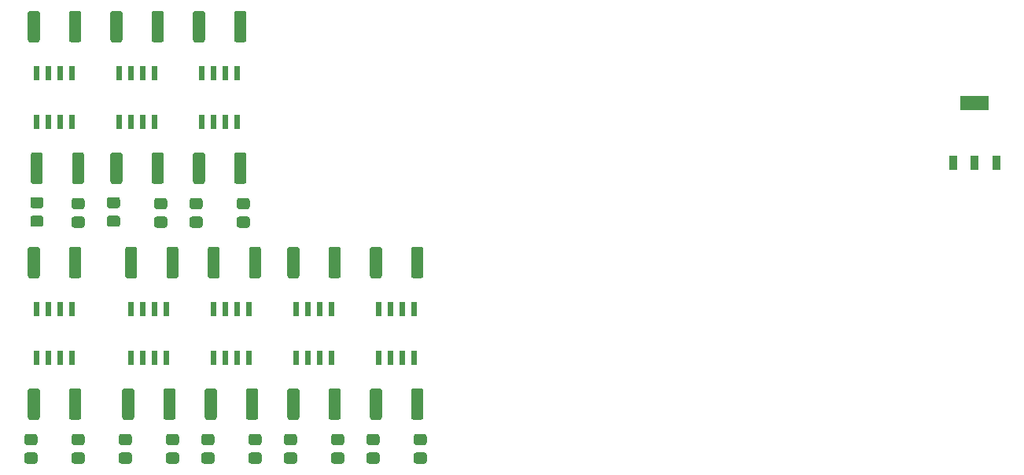
<source format=gbr>
G04 #@! TF.GenerationSoftware,KiCad,Pcbnew,(5.1.10-1-10_14)*
G04 #@! TF.CreationDate,2021-11-10T20:03:13-05:00*
G04 #@! TF.ProjectId,ISAAC_V2,49534141-435f-4563-922e-6b696361645f,rev?*
G04 #@! TF.SameCoordinates,Original*
G04 #@! TF.FileFunction,Paste,Top*
G04 #@! TF.FilePolarity,Positive*
%FSLAX46Y46*%
G04 Gerber Fmt 4.6, Leading zero omitted, Abs format (unit mm)*
G04 Created by KiCad (PCBNEW (5.1.10-1-10_14)) date 2021-11-10 20:03:13*
%MOMM*%
%LPD*%
G01*
G04 APERTURE LIST*
%ADD10R,0.838200X1.600200*%
%ADD11R,3.098800X1.600200*%
G04 APERTURE END LIST*
G36*
G01*
X153335000Y-103050000D02*
X153335000Y-100150000D01*
G75*
G02*
X153585000Y-99900000I250000J0D01*
G01*
X154385000Y-99900000D01*
G75*
G02*
X154635000Y-100150000I0J-250000D01*
G01*
X154635000Y-103050000D01*
G75*
G02*
X154385000Y-103300000I-250000J0D01*
G01*
X153585000Y-103300000D01*
G75*
G02*
X153335000Y-103050000I0J250000D01*
G01*
G37*
G36*
G01*
X157785000Y-103050000D02*
X157785000Y-100150000D01*
G75*
G02*
X158035000Y-99900000I250000J0D01*
G01*
X158835000Y-99900000D01*
G75*
G02*
X159085000Y-100150000I0J-250000D01*
G01*
X159085000Y-103050000D01*
G75*
G02*
X158835000Y-103300000I-250000J0D01*
G01*
X158035000Y-103300000D01*
G75*
G02*
X157785000Y-103050000I0J250000D01*
G01*
G37*
G36*
G01*
X157785000Y-118290000D02*
X157785000Y-115390000D01*
G75*
G02*
X158035000Y-115140000I250000J0D01*
G01*
X158835000Y-115140000D01*
G75*
G02*
X159085000Y-115390000I0J-250000D01*
G01*
X159085000Y-118290000D01*
G75*
G02*
X158835000Y-118540000I-250000J0D01*
G01*
X158035000Y-118540000D01*
G75*
G02*
X157785000Y-118290000I0J250000D01*
G01*
G37*
G36*
G01*
X153335000Y-118290000D02*
X153335000Y-115390000D01*
G75*
G02*
X153585000Y-115140000I250000J0D01*
G01*
X154385000Y-115140000D01*
G75*
G02*
X154635000Y-115390000I0J-250000D01*
G01*
X154635000Y-118290000D01*
G75*
G02*
X154385000Y-118540000I-250000J0D01*
G01*
X153585000Y-118540000D01*
G75*
G02*
X153335000Y-118290000I0J250000D01*
G01*
G37*
G36*
G01*
X144445000Y-103050000D02*
X144445000Y-100150000D01*
G75*
G02*
X144695000Y-99900000I250000J0D01*
G01*
X145495000Y-99900000D01*
G75*
G02*
X145745000Y-100150000I0J-250000D01*
G01*
X145745000Y-103050000D01*
G75*
G02*
X145495000Y-103300000I-250000J0D01*
G01*
X144695000Y-103300000D01*
G75*
G02*
X144445000Y-103050000I0J250000D01*
G01*
G37*
G36*
G01*
X148895000Y-103050000D02*
X148895000Y-100150000D01*
G75*
G02*
X149145000Y-99900000I250000J0D01*
G01*
X149945000Y-99900000D01*
G75*
G02*
X150195000Y-100150000I0J-250000D01*
G01*
X150195000Y-103050000D01*
G75*
G02*
X149945000Y-103300000I-250000J0D01*
G01*
X149145000Y-103300000D01*
G75*
G02*
X148895000Y-103050000I0J250000D01*
G01*
G37*
G36*
G01*
X148895000Y-118290000D02*
X148895000Y-115390000D01*
G75*
G02*
X149145000Y-115140000I250000J0D01*
G01*
X149945000Y-115140000D01*
G75*
G02*
X150195000Y-115390000I0J-250000D01*
G01*
X150195000Y-118290000D01*
G75*
G02*
X149945000Y-118540000I-250000J0D01*
G01*
X149145000Y-118540000D01*
G75*
G02*
X148895000Y-118290000I0J250000D01*
G01*
G37*
G36*
G01*
X144445000Y-118290000D02*
X144445000Y-115390000D01*
G75*
G02*
X144695000Y-115140000I250000J0D01*
G01*
X145495000Y-115140000D01*
G75*
G02*
X145745000Y-115390000I0J-250000D01*
G01*
X145745000Y-118290000D01*
G75*
G02*
X145495000Y-118540000I-250000J0D01*
G01*
X144695000Y-118540000D01*
G75*
G02*
X144445000Y-118290000I0J250000D01*
G01*
G37*
G36*
G01*
X135870000Y-103050000D02*
X135870000Y-100150000D01*
G75*
G02*
X136120000Y-99900000I250000J0D01*
G01*
X136920000Y-99900000D01*
G75*
G02*
X137170000Y-100150000I0J-250000D01*
G01*
X137170000Y-103050000D01*
G75*
G02*
X136920000Y-103300000I-250000J0D01*
G01*
X136120000Y-103300000D01*
G75*
G02*
X135870000Y-103050000I0J250000D01*
G01*
G37*
G36*
G01*
X140320000Y-103050000D02*
X140320000Y-100150000D01*
G75*
G02*
X140570000Y-99900000I250000J0D01*
G01*
X141370000Y-99900000D01*
G75*
G02*
X141620000Y-100150000I0J-250000D01*
G01*
X141620000Y-103050000D01*
G75*
G02*
X141370000Y-103300000I-250000J0D01*
G01*
X140570000Y-103300000D01*
G75*
G02*
X140320000Y-103050000I0J250000D01*
G01*
G37*
G36*
G01*
X140005000Y-118290000D02*
X140005000Y-115390000D01*
G75*
G02*
X140255000Y-115140000I250000J0D01*
G01*
X141055000Y-115140000D01*
G75*
G02*
X141305000Y-115390000I0J-250000D01*
G01*
X141305000Y-118290000D01*
G75*
G02*
X141055000Y-118540000I-250000J0D01*
G01*
X140255000Y-118540000D01*
G75*
G02*
X140005000Y-118290000I0J250000D01*
G01*
G37*
G36*
G01*
X135555000Y-118290000D02*
X135555000Y-115390000D01*
G75*
G02*
X135805000Y-115140000I250000J0D01*
G01*
X136605000Y-115140000D01*
G75*
G02*
X136855000Y-115390000I0J-250000D01*
G01*
X136855000Y-118290000D01*
G75*
G02*
X136605000Y-118540000I-250000J0D01*
G01*
X135805000Y-118540000D01*
G75*
G02*
X135555000Y-118290000I0J250000D01*
G01*
G37*
G36*
G01*
X126980000Y-103050000D02*
X126980000Y-100150000D01*
G75*
G02*
X127230000Y-99900000I250000J0D01*
G01*
X128030000Y-99900000D01*
G75*
G02*
X128280000Y-100150000I0J-250000D01*
G01*
X128280000Y-103050000D01*
G75*
G02*
X128030000Y-103300000I-250000J0D01*
G01*
X127230000Y-103300000D01*
G75*
G02*
X126980000Y-103050000I0J250000D01*
G01*
G37*
G36*
G01*
X131430000Y-103050000D02*
X131430000Y-100150000D01*
G75*
G02*
X131680000Y-99900000I250000J0D01*
G01*
X132480000Y-99900000D01*
G75*
G02*
X132730000Y-100150000I0J-250000D01*
G01*
X132730000Y-103050000D01*
G75*
G02*
X132480000Y-103300000I-250000J0D01*
G01*
X131680000Y-103300000D01*
G75*
G02*
X131430000Y-103050000I0J250000D01*
G01*
G37*
G36*
G01*
X131115000Y-118290000D02*
X131115000Y-115390000D01*
G75*
G02*
X131365000Y-115140000I250000J0D01*
G01*
X132165000Y-115140000D01*
G75*
G02*
X132415000Y-115390000I0J-250000D01*
G01*
X132415000Y-118290000D01*
G75*
G02*
X132165000Y-118540000I-250000J0D01*
G01*
X131365000Y-118540000D01*
G75*
G02*
X131115000Y-118290000I0J250000D01*
G01*
G37*
G36*
G01*
X126665000Y-118290000D02*
X126665000Y-115390000D01*
G75*
G02*
X126915000Y-115140000I250000J0D01*
G01*
X127715000Y-115140000D01*
G75*
G02*
X127965000Y-115390000I0J-250000D01*
G01*
X127965000Y-118290000D01*
G75*
G02*
X127715000Y-118540000I-250000J0D01*
G01*
X126915000Y-118540000D01*
G75*
G02*
X126665000Y-118290000I0J250000D01*
G01*
G37*
G36*
G01*
X116505000Y-103050000D02*
X116505000Y-100150000D01*
G75*
G02*
X116755000Y-99900000I250000J0D01*
G01*
X117555000Y-99900000D01*
G75*
G02*
X117805000Y-100150000I0J-250000D01*
G01*
X117805000Y-103050000D01*
G75*
G02*
X117555000Y-103300000I-250000J0D01*
G01*
X116755000Y-103300000D01*
G75*
G02*
X116505000Y-103050000I0J250000D01*
G01*
G37*
G36*
G01*
X120955000Y-103050000D02*
X120955000Y-100150000D01*
G75*
G02*
X121205000Y-99900000I250000J0D01*
G01*
X122005000Y-99900000D01*
G75*
G02*
X122255000Y-100150000I0J-250000D01*
G01*
X122255000Y-103050000D01*
G75*
G02*
X122005000Y-103300000I-250000J0D01*
G01*
X121205000Y-103300000D01*
G75*
G02*
X120955000Y-103050000I0J250000D01*
G01*
G37*
G36*
G01*
X120955000Y-118290000D02*
X120955000Y-115390000D01*
G75*
G02*
X121205000Y-115140000I250000J0D01*
G01*
X122005000Y-115140000D01*
G75*
G02*
X122255000Y-115390000I0J-250000D01*
G01*
X122255000Y-118290000D01*
G75*
G02*
X122005000Y-118540000I-250000J0D01*
G01*
X121205000Y-118540000D01*
G75*
G02*
X120955000Y-118290000I0J250000D01*
G01*
G37*
G36*
G01*
X116505000Y-118290000D02*
X116505000Y-115390000D01*
G75*
G02*
X116755000Y-115140000I250000J0D01*
G01*
X117555000Y-115140000D01*
G75*
G02*
X117805000Y-115390000I0J-250000D01*
G01*
X117805000Y-118290000D01*
G75*
G02*
X117555000Y-118540000I-250000J0D01*
G01*
X116755000Y-118540000D01*
G75*
G02*
X116505000Y-118290000I0J250000D01*
G01*
G37*
G36*
G01*
X134285000Y-77650000D02*
X134285000Y-74750000D01*
G75*
G02*
X134535000Y-74500000I250000J0D01*
G01*
X135335000Y-74500000D01*
G75*
G02*
X135585000Y-74750000I0J-250000D01*
G01*
X135585000Y-77650000D01*
G75*
G02*
X135335000Y-77900000I-250000J0D01*
G01*
X134535000Y-77900000D01*
G75*
G02*
X134285000Y-77650000I0J250000D01*
G01*
G37*
G36*
G01*
X138735000Y-77650000D02*
X138735000Y-74750000D01*
G75*
G02*
X138985000Y-74500000I250000J0D01*
G01*
X139785000Y-74500000D01*
G75*
G02*
X140035000Y-74750000I0J-250000D01*
G01*
X140035000Y-77650000D01*
G75*
G02*
X139785000Y-77900000I-250000J0D01*
G01*
X138985000Y-77900000D01*
G75*
G02*
X138735000Y-77650000I0J250000D01*
G01*
G37*
G36*
G01*
X138735000Y-92890000D02*
X138735000Y-89990000D01*
G75*
G02*
X138985000Y-89740000I250000J0D01*
G01*
X139785000Y-89740000D01*
G75*
G02*
X140035000Y-89990000I0J-250000D01*
G01*
X140035000Y-92890000D01*
G75*
G02*
X139785000Y-93140000I-250000J0D01*
G01*
X138985000Y-93140000D01*
G75*
G02*
X138735000Y-92890000I0J250000D01*
G01*
G37*
G36*
G01*
X134285000Y-92890000D02*
X134285000Y-89990000D01*
G75*
G02*
X134535000Y-89740000I250000J0D01*
G01*
X135335000Y-89740000D01*
G75*
G02*
X135585000Y-89990000I0J-250000D01*
G01*
X135585000Y-92890000D01*
G75*
G02*
X135335000Y-93140000I-250000J0D01*
G01*
X134535000Y-93140000D01*
G75*
G02*
X134285000Y-92890000I0J250000D01*
G01*
G37*
G36*
G01*
X125395000Y-77650000D02*
X125395000Y-74750000D01*
G75*
G02*
X125645000Y-74500000I250000J0D01*
G01*
X126445000Y-74500000D01*
G75*
G02*
X126695000Y-74750000I0J-250000D01*
G01*
X126695000Y-77650000D01*
G75*
G02*
X126445000Y-77900000I-250000J0D01*
G01*
X125645000Y-77900000D01*
G75*
G02*
X125395000Y-77650000I0J250000D01*
G01*
G37*
G36*
G01*
X129845000Y-77650000D02*
X129845000Y-74750000D01*
G75*
G02*
X130095000Y-74500000I250000J0D01*
G01*
X130895000Y-74500000D01*
G75*
G02*
X131145000Y-74750000I0J-250000D01*
G01*
X131145000Y-77650000D01*
G75*
G02*
X130895000Y-77900000I-250000J0D01*
G01*
X130095000Y-77900000D01*
G75*
G02*
X129845000Y-77650000I0J250000D01*
G01*
G37*
G36*
G01*
X129845000Y-92890000D02*
X129845000Y-89990000D01*
G75*
G02*
X130095000Y-89740000I250000J0D01*
G01*
X130895000Y-89740000D01*
G75*
G02*
X131145000Y-89990000I0J-250000D01*
G01*
X131145000Y-92890000D01*
G75*
G02*
X130895000Y-93140000I-250000J0D01*
G01*
X130095000Y-93140000D01*
G75*
G02*
X129845000Y-92890000I0J250000D01*
G01*
G37*
G36*
G01*
X125395000Y-92890000D02*
X125395000Y-89990000D01*
G75*
G02*
X125645000Y-89740000I250000J0D01*
G01*
X126445000Y-89740000D01*
G75*
G02*
X126695000Y-89990000I0J-250000D01*
G01*
X126695000Y-92890000D01*
G75*
G02*
X126445000Y-93140000I-250000J0D01*
G01*
X125645000Y-93140000D01*
G75*
G02*
X125395000Y-92890000I0J250000D01*
G01*
G37*
G36*
G01*
X116505000Y-77650000D02*
X116505000Y-74750000D01*
G75*
G02*
X116755000Y-74500000I250000J0D01*
G01*
X117555000Y-74500000D01*
G75*
G02*
X117805000Y-74750000I0J-250000D01*
G01*
X117805000Y-77650000D01*
G75*
G02*
X117555000Y-77900000I-250000J0D01*
G01*
X116755000Y-77900000D01*
G75*
G02*
X116505000Y-77650000I0J250000D01*
G01*
G37*
G36*
G01*
X120955000Y-77650000D02*
X120955000Y-74750000D01*
G75*
G02*
X121205000Y-74500000I250000J0D01*
G01*
X122005000Y-74500000D01*
G75*
G02*
X122255000Y-74750000I0J-250000D01*
G01*
X122255000Y-77650000D01*
G75*
G02*
X122005000Y-77900000I-250000J0D01*
G01*
X121205000Y-77900000D01*
G75*
G02*
X120955000Y-77650000I0J250000D01*
G01*
G37*
G36*
G01*
X121270000Y-92890000D02*
X121270000Y-89990000D01*
G75*
G02*
X121520000Y-89740000I250000J0D01*
G01*
X122320000Y-89740000D01*
G75*
G02*
X122570000Y-89990000I0J-250000D01*
G01*
X122570000Y-92890000D01*
G75*
G02*
X122320000Y-93140000I-250000J0D01*
G01*
X121520000Y-93140000D01*
G75*
G02*
X121270000Y-92890000I0J250000D01*
G01*
G37*
G36*
G01*
X116820000Y-92890000D02*
X116820000Y-89990000D01*
G75*
G02*
X117070000Y-89740000I250000J0D01*
G01*
X117870000Y-89740000D01*
G75*
G02*
X118120000Y-89990000I0J-250000D01*
G01*
X118120000Y-92890000D01*
G75*
G02*
X117870000Y-93140000I-250000J0D01*
G01*
X117070000Y-93140000D01*
G75*
G02*
X116820000Y-92890000I0J250000D01*
G01*
G37*
G36*
G01*
X159200001Y-123250000D02*
X158299999Y-123250000D01*
G75*
G02*
X158050000Y-123000001I0J249999D01*
G01*
X158050000Y-122299999D01*
G75*
G02*
X158299999Y-122050000I249999J0D01*
G01*
X159200001Y-122050000D01*
G75*
G02*
X159450000Y-122299999I0J-249999D01*
G01*
X159450000Y-123000001D01*
G75*
G02*
X159200001Y-123250000I-249999J0D01*
G01*
G37*
G36*
G01*
X159200001Y-121250000D02*
X158299999Y-121250000D01*
G75*
G02*
X158050000Y-121000001I0J249999D01*
G01*
X158050000Y-120299999D01*
G75*
G02*
X158299999Y-120050000I249999J0D01*
G01*
X159200001Y-120050000D01*
G75*
G02*
X159450000Y-120299999I0J-249999D01*
G01*
X159450000Y-121000001D01*
G75*
G02*
X159200001Y-121250000I-249999J0D01*
G01*
G37*
G36*
G01*
X154120001Y-123250000D02*
X153219999Y-123250000D01*
G75*
G02*
X152970000Y-123000001I0J249999D01*
G01*
X152970000Y-122299999D01*
G75*
G02*
X153219999Y-122050000I249999J0D01*
G01*
X154120001Y-122050000D01*
G75*
G02*
X154370000Y-122299999I0J-249999D01*
G01*
X154370000Y-123000001D01*
G75*
G02*
X154120001Y-123250000I-249999J0D01*
G01*
G37*
G36*
G01*
X154120001Y-121250000D02*
X153219999Y-121250000D01*
G75*
G02*
X152970000Y-121000001I0J249999D01*
G01*
X152970000Y-120299999D01*
G75*
G02*
X153219999Y-120050000I249999J0D01*
G01*
X154120001Y-120050000D01*
G75*
G02*
X154370000Y-120299999I0J-249999D01*
G01*
X154370000Y-121000001D01*
G75*
G02*
X154120001Y-121250000I-249999J0D01*
G01*
G37*
G36*
G01*
X150310001Y-121250000D02*
X149409999Y-121250000D01*
G75*
G02*
X149160000Y-121000001I0J249999D01*
G01*
X149160000Y-120299999D01*
G75*
G02*
X149409999Y-120050000I249999J0D01*
G01*
X150310001Y-120050000D01*
G75*
G02*
X150560000Y-120299999I0J-249999D01*
G01*
X150560000Y-121000001D01*
G75*
G02*
X150310001Y-121250000I-249999J0D01*
G01*
G37*
G36*
G01*
X150310001Y-123250000D02*
X149409999Y-123250000D01*
G75*
G02*
X149160000Y-123000001I0J249999D01*
G01*
X149160000Y-122299999D01*
G75*
G02*
X149409999Y-122050000I249999J0D01*
G01*
X150310001Y-122050000D01*
G75*
G02*
X150560000Y-122299999I0J-249999D01*
G01*
X150560000Y-123000001D01*
G75*
G02*
X150310001Y-123250000I-249999J0D01*
G01*
G37*
G36*
G01*
X145230001Y-121250000D02*
X144329999Y-121250000D01*
G75*
G02*
X144080000Y-121000001I0J249999D01*
G01*
X144080000Y-120299999D01*
G75*
G02*
X144329999Y-120050000I249999J0D01*
G01*
X145230001Y-120050000D01*
G75*
G02*
X145480000Y-120299999I0J-249999D01*
G01*
X145480000Y-121000001D01*
G75*
G02*
X145230001Y-121250000I-249999J0D01*
G01*
G37*
G36*
G01*
X145230001Y-123250000D02*
X144329999Y-123250000D01*
G75*
G02*
X144080000Y-123000001I0J249999D01*
G01*
X144080000Y-122299999D01*
G75*
G02*
X144329999Y-122050000I249999J0D01*
G01*
X145230001Y-122050000D01*
G75*
G02*
X145480000Y-122299999I0J-249999D01*
G01*
X145480000Y-123000001D01*
G75*
G02*
X145230001Y-123250000I-249999J0D01*
G01*
G37*
G36*
G01*
X141420001Y-123250000D02*
X140519999Y-123250000D01*
G75*
G02*
X140270000Y-123000001I0J249999D01*
G01*
X140270000Y-122299999D01*
G75*
G02*
X140519999Y-122050000I249999J0D01*
G01*
X141420001Y-122050000D01*
G75*
G02*
X141670000Y-122299999I0J-249999D01*
G01*
X141670000Y-123000001D01*
G75*
G02*
X141420001Y-123250000I-249999J0D01*
G01*
G37*
G36*
G01*
X141420001Y-121250000D02*
X140519999Y-121250000D01*
G75*
G02*
X140270000Y-121000001I0J249999D01*
G01*
X140270000Y-120299999D01*
G75*
G02*
X140519999Y-120050000I249999J0D01*
G01*
X141420001Y-120050000D01*
G75*
G02*
X141670000Y-120299999I0J-249999D01*
G01*
X141670000Y-121000001D01*
G75*
G02*
X141420001Y-121250000I-249999J0D01*
G01*
G37*
G36*
G01*
X136340001Y-123250000D02*
X135439999Y-123250000D01*
G75*
G02*
X135190000Y-123000001I0J249999D01*
G01*
X135190000Y-122299999D01*
G75*
G02*
X135439999Y-122050000I249999J0D01*
G01*
X136340001Y-122050000D01*
G75*
G02*
X136590000Y-122299999I0J-249999D01*
G01*
X136590000Y-123000001D01*
G75*
G02*
X136340001Y-123250000I-249999J0D01*
G01*
G37*
G36*
G01*
X136340001Y-121250000D02*
X135439999Y-121250000D01*
G75*
G02*
X135190000Y-121000001I0J249999D01*
G01*
X135190000Y-120299999D01*
G75*
G02*
X135439999Y-120050000I249999J0D01*
G01*
X136340001Y-120050000D01*
G75*
G02*
X136590000Y-120299999I0J-249999D01*
G01*
X136590000Y-121000001D01*
G75*
G02*
X136340001Y-121250000I-249999J0D01*
G01*
G37*
G36*
G01*
X132530001Y-121250000D02*
X131629999Y-121250000D01*
G75*
G02*
X131380000Y-121000001I0J249999D01*
G01*
X131380000Y-120299999D01*
G75*
G02*
X131629999Y-120050000I249999J0D01*
G01*
X132530001Y-120050000D01*
G75*
G02*
X132780000Y-120299999I0J-249999D01*
G01*
X132780000Y-121000001D01*
G75*
G02*
X132530001Y-121250000I-249999J0D01*
G01*
G37*
G36*
G01*
X132530001Y-123250000D02*
X131629999Y-123250000D01*
G75*
G02*
X131380000Y-123000001I0J249999D01*
G01*
X131380000Y-122299999D01*
G75*
G02*
X131629999Y-122050000I249999J0D01*
G01*
X132530001Y-122050000D01*
G75*
G02*
X132780000Y-122299999I0J-249999D01*
G01*
X132780000Y-123000001D01*
G75*
G02*
X132530001Y-123250000I-249999J0D01*
G01*
G37*
G36*
G01*
X127450001Y-123250000D02*
X126549999Y-123250000D01*
G75*
G02*
X126300000Y-123000001I0J249999D01*
G01*
X126300000Y-122299999D01*
G75*
G02*
X126549999Y-122050000I249999J0D01*
G01*
X127450001Y-122050000D01*
G75*
G02*
X127700000Y-122299999I0J-249999D01*
G01*
X127700000Y-123000001D01*
G75*
G02*
X127450001Y-123250000I-249999J0D01*
G01*
G37*
G36*
G01*
X127450001Y-121250000D02*
X126549999Y-121250000D01*
G75*
G02*
X126300000Y-121000001I0J249999D01*
G01*
X126300000Y-120299999D01*
G75*
G02*
X126549999Y-120050000I249999J0D01*
G01*
X127450001Y-120050000D01*
G75*
G02*
X127700000Y-120299999I0J-249999D01*
G01*
X127700000Y-121000001D01*
G75*
G02*
X127450001Y-121250000I-249999J0D01*
G01*
G37*
G36*
G01*
X122370001Y-121250000D02*
X121469999Y-121250000D01*
G75*
G02*
X121220000Y-121000001I0J249999D01*
G01*
X121220000Y-120299999D01*
G75*
G02*
X121469999Y-120050000I249999J0D01*
G01*
X122370001Y-120050000D01*
G75*
G02*
X122620000Y-120299999I0J-249999D01*
G01*
X122620000Y-121000001D01*
G75*
G02*
X122370001Y-121250000I-249999J0D01*
G01*
G37*
G36*
G01*
X122370001Y-123250000D02*
X121469999Y-123250000D01*
G75*
G02*
X121220000Y-123000001I0J249999D01*
G01*
X121220000Y-122299999D01*
G75*
G02*
X121469999Y-122050000I249999J0D01*
G01*
X122370001Y-122050000D01*
G75*
G02*
X122620000Y-122299999I0J-249999D01*
G01*
X122620000Y-123000001D01*
G75*
G02*
X122370001Y-123250000I-249999J0D01*
G01*
G37*
G36*
G01*
X117290001Y-121250000D02*
X116389999Y-121250000D01*
G75*
G02*
X116140000Y-121000001I0J249999D01*
G01*
X116140000Y-120299999D01*
G75*
G02*
X116389999Y-120050000I249999J0D01*
G01*
X117290001Y-120050000D01*
G75*
G02*
X117540000Y-120299999I0J-249999D01*
G01*
X117540000Y-121000001D01*
G75*
G02*
X117290001Y-121250000I-249999J0D01*
G01*
G37*
G36*
G01*
X117290001Y-123250000D02*
X116389999Y-123250000D01*
G75*
G02*
X116140000Y-123000001I0J249999D01*
G01*
X116140000Y-122299999D01*
G75*
G02*
X116389999Y-122050000I249999J0D01*
G01*
X117290001Y-122050000D01*
G75*
G02*
X117540000Y-122299999I0J-249999D01*
G01*
X117540000Y-123000001D01*
G75*
G02*
X117290001Y-123250000I-249999J0D01*
G01*
G37*
G36*
G01*
X140150001Y-97850000D02*
X139249999Y-97850000D01*
G75*
G02*
X139000000Y-97600001I0J249999D01*
G01*
X139000000Y-96899999D01*
G75*
G02*
X139249999Y-96650000I249999J0D01*
G01*
X140150001Y-96650000D01*
G75*
G02*
X140400000Y-96899999I0J-249999D01*
G01*
X140400000Y-97600001D01*
G75*
G02*
X140150001Y-97850000I-249999J0D01*
G01*
G37*
G36*
G01*
X140150001Y-95850000D02*
X139249999Y-95850000D01*
G75*
G02*
X139000000Y-95600001I0J249999D01*
G01*
X139000000Y-94899999D01*
G75*
G02*
X139249999Y-94650000I249999J0D01*
G01*
X140150001Y-94650000D01*
G75*
G02*
X140400000Y-94899999I0J-249999D01*
G01*
X140400000Y-95600001D01*
G75*
G02*
X140150001Y-95850000I-249999J0D01*
G01*
G37*
G36*
G01*
X135070001Y-95850000D02*
X134169999Y-95850000D01*
G75*
G02*
X133920000Y-95600001I0J249999D01*
G01*
X133920000Y-94899999D01*
G75*
G02*
X134169999Y-94650000I249999J0D01*
G01*
X135070001Y-94650000D01*
G75*
G02*
X135320000Y-94899999I0J-249999D01*
G01*
X135320000Y-95600001D01*
G75*
G02*
X135070001Y-95850000I-249999J0D01*
G01*
G37*
G36*
G01*
X135070001Y-97850000D02*
X134169999Y-97850000D01*
G75*
G02*
X133920000Y-97600001I0J249999D01*
G01*
X133920000Y-96899999D01*
G75*
G02*
X134169999Y-96650000I249999J0D01*
G01*
X135070001Y-96650000D01*
G75*
G02*
X135320000Y-96899999I0J-249999D01*
G01*
X135320000Y-97600001D01*
G75*
G02*
X135070001Y-97850000I-249999J0D01*
G01*
G37*
G36*
G01*
X131260001Y-95850000D02*
X130359999Y-95850000D01*
G75*
G02*
X130110000Y-95600001I0J249999D01*
G01*
X130110000Y-94899999D01*
G75*
G02*
X130359999Y-94650000I249999J0D01*
G01*
X131260001Y-94650000D01*
G75*
G02*
X131510000Y-94899999I0J-249999D01*
G01*
X131510000Y-95600001D01*
G75*
G02*
X131260001Y-95850000I-249999J0D01*
G01*
G37*
G36*
G01*
X131260001Y-97850000D02*
X130359999Y-97850000D01*
G75*
G02*
X130110000Y-97600001I0J249999D01*
G01*
X130110000Y-96899999D01*
G75*
G02*
X130359999Y-96650000I249999J0D01*
G01*
X131260001Y-96650000D01*
G75*
G02*
X131510000Y-96899999I0J-249999D01*
G01*
X131510000Y-97600001D01*
G75*
G02*
X131260001Y-97850000I-249999J0D01*
G01*
G37*
G36*
G01*
X126180001Y-97755000D02*
X125279999Y-97755000D01*
G75*
G02*
X125030000Y-97505001I0J249999D01*
G01*
X125030000Y-96804999D01*
G75*
G02*
X125279999Y-96555000I249999J0D01*
G01*
X126180001Y-96555000D01*
G75*
G02*
X126430000Y-96804999I0J-249999D01*
G01*
X126430000Y-97505001D01*
G75*
G02*
X126180001Y-97755000I-249999J0D01*
G01*
G37*
G36*
G01*
X126180001Y-95755000D02*
X125279999Y-95755000D01*
G75*
G02*
X125030000Y-95505001I0J249999D01*
G01*
X125030000Y-94804999D01*
G75*
G02*
X125279999Y-94555000I249999J0D01*
G01*
X126180001Y-94555000D01*
G75*
G02*
X126430000Y-94804999I0J-249999D01*
G01*
X126430000Y-95505001D01*
G75*
G02*
X126180001Y-95755000I-249999J0D01*
G01*
G37*
G36*
G01*
X122370001Y-97850000D02*
X121469999Y-97850000D01*
G75*
G02*
X121220000Y-97600001I0J249999D01*
G01*
X121220000Y-96899999D01*
G75*
G02*
X121469999Y-96650000I249999J0D01*
G01*
X122370001Y-96650000D01*
G75*
G02*
X122620000Y-96899999I0J-249999D01*
G01*
X122620000Y-97600001D01*
G75*
G02*
X122370001Y-97850000I-249999J0D01*
G01*
G37*
G36*
G01*
X122370001Y-95850000D02*
X121469999Y-95850000D01*
G75*
G02*
X121220000Y-95600001I0J249999D01*
G01*
X121220000Y-94899999D01*
G75*
G02*
X121469999Y-94650000I249999J0D01*
G01*
X122370001Y-94650000D01*
G75*
G02*
X122620000Y-94899999I0J-249999D01*
G01*
X122620000Y-95600001D01*
G75*
G02*
X122370001Y-95850000I-249999J0D01*
G01*
G37*
G36*
G01*
X117925001Y-95755000D02*
X117024999Y-95755000D01*
G75*
G02*
X116775000Y-95505001I0J249999D01*
G01*
X116775000Y-94804999D01*
G75*
G02*
X117024999Y-94555000I249999J0D01*
G01*
X117925001Y-94555000D01*
G75*
G02*
X118175000Y-94804999I0J-249999D01*
G01*
X118175000Y-95505001D01*
G75*
G02*
X117925001Y-95755000I-249999J0D01*
G01*
G37*
G36*
G01*
X117925001Y-97755000D02*
X117024999Y-97755000D01*
G75*
G02*
X116775000Y-97505001I0J249999D01*
G01*
X116775000Y-96804999D01*
G75*
G02*
X117024999Y-96555000I249999J0D01*
G01*
X117925001Y-96555000D01*
G75*
G02*
X118175000Y-96804999I0J-249999D01*
G01*
X118175000Y-97505001D01*
G75*
G02*
X117925001Y-97755000I-249999J0D01*
G01*
G37*
G36*
G01*
X154558700Y-112635000D02*
X154051300Y-112635000D01*
G75*
G02*
X154010000Y-112593700I0J41300D01*
G01*
X154010000Y-111096300D01*
G75*
G02*
X154051300Y-111055000I41300J0D01*
G01*
X154558700Y-111055000D01*
G75*
G02*
X154600000Y-111096300I0J-41300D01*
G01*
X154600000Y-112593700D01*
G75*
G02*
X154558700Y-112635000I-41300J0D01*
G01*
G37*
G36*
G01*
X155828700Y-112635000D02*
X155321300Y-112635000D01*
G75*
G02*
X155280000Y-112593700I0J41300D01*
G01*
X155280000Y-111096300D01*
G75*
G02*
X155321300Y-111055000I41300J0D01*
G01*
X155828700Y-111055000D01*
G75*
G02*
X155870000Y-111096300I0J-41300D01*
G01*
X155870000Y-112593700D01*
G75*
G02*
X155828700Y-112635000I-41300J0D01*
G01*
G37*
G36*
G01*
X157098700Y-112635000D02*
X156591300Y-112635000D01*
G75*
G02*
X156550000Y-112593700I0J41300D01*
G01*
X156550000Y-111096300D01*
G75*
G02*
X156591300Y-111055000I41300J0D01*
G01*
X157098700Y-111055000D01*
G75*
G02*
X157140000Y-111096300I0J-41300D01*
G01*
X157140000Y-112593700D01*
G75*
G02*
X157098700Y-112635000I-41300J0D01*
G01*
G37*
G36*
G01*
X158368700Y-112635000D02*
X157861300Y-112635000D01*
G75*
G02*
X157820000Y-112593700I0J41300D01*
G01*
X157820000Y-111096300D01*
G75*
G02*
X157861300Y-111055000I41300J0D01*
G01*
X158368700Y-111055000D01*
G75*
G02*
X158410000Y-111096300I0J-41300D01*
G01*
X158410000Y-112593700D01*
G75*
G02*
X158368700Y-112635000I-41300J0D01*
G01*
G37*
G36*
G01*
X158368700Y-107385000D02*
X157861300Y-107385000D01*
G75*
G02*
X157820000Y-107343700I0J41300D01*
G01*
X157820000Y-105846300D01*
G75*
G02*
X157861300Y-105805000I41300J0D01*
G01*
X158368700Y-105805000D01*
G75*
G02*
X158410000Y-105846300I0J-41300D01*
G01*
X158410000Y-107343700D01*
G75*
G02*
X158368700Y-107385000I-41300J0D01*
G01*
G37*
G36*
G01*
X157098700Y-107385000D02*
X156591300Y-107385000D01*
G75*
G02*
X156550000Y-107343700I0J41300D01*
G01*
X156550000Y-105846300D01*
G75*
G02*
X156591300Y-105805000I41300J0D01*
G01*
X157098700Y-105805000D01*
G75*
G02*
X157140000Y-105846300I0J-41300D01*
G01*
X157140000Y-107343700D01*
G75*
G02*
X157098700Y-107385000I-41300J0D01*
G01*
G37*
G36*
G01*
X155828700Y-107385000D02*
X155321300Y-107385000D01*
G75*
G02*
X155280000Y-107343700I0J41300D01*
G01*
X155280000Y-105846300D01*
G75*
G02*
X155321300Y-105805000I41300J0D01*
G01*
X155828700Y-105805000D01*
G75*
G02*
X155870000Y-105846300I0J-41300D01*
G01*
X155870000Y-107343700D01*
G75*
G02*
X155828700Y-107385000I-41300J0D01*
G01*
G37*
G36*
G01*
X154558700Y-107385000D02*
X154051300Y-107385000D01*
G75*
G02*
X154010000Y-107343700I0J41300D01*
G01*
X154010000Y-105846300D01*
G75*
G02*
X154051300Y-105805000I41300J0D01*
G01*
X154558700Y-105805000D01*
G75*
G02*
X154600000Y-105846300I0J-41300D01*
G01*
X154600000Y-107343700D01*
G75*
G02*
X154558700Y-107385000I-41300J0D01*
G01*
G37*
G36*
G01*
X145668700Y-112635000D02*
X145161300Y-112635000D01*
G75*
G02*
X145120000Y-112593700I0J41300D01*
G01*
X145120000Y-111096300D01*
G75*
G02*
X145161300Y-111055000I41300J0D01*
G01*
X145668700Y-111055000D01*
G75*
G02*
X145710000Y-111096300I0J-41300D01*
G01*
X145710000Y-112593700D01*
G75*
G02*
X145668700Y-112635000I-41300J0D01*
G01*
G37*
G36*
G01*
X146938700Y-112635000D02*
X146431300Y-112635000D01*
G75*
G02*
X146390000Y-112593700I0J41300D01*
G01*
X146390000Y-111096300D01*
G75*
G02*
X146431300Y-111055000I41300J0D01*
G01*
X146938700Y-111055000D01*
G75*
G02*
X146980000Y-111096300I0J-41300D01*
G01*
X146980000Y-112593700D01*
G75*
G02*
X146938700Y-112635000I-41300J0D01*
G01*
G37*
G36*
G01*
X148208700Y-112635000D02*
X147701300Y-112635000D01*
G75*
G02*
X147660000Y-112593700I0J41300D01*
G01*
X147660000Y-111096300D01*
G75*
G02*
X147701300Y-111055000I41300J0D01*
G01*
X148208700Y-111055000D01*
G75*
G02*
X148250000Y-111096300I0J-41300D01*
G01*
X148250000Y-112593700D01*
G75*
G02*
X148208700Y-112635000I-41300J0D01*
G01*
G37*
G36*
G01*
X149478700Y-112635000D02*
X148971300Y-112635000D01*
G75*
G02*
X148930000Y-112593700I0J41300D01*
G01*
X148930000Y-111096300D01*
G75*
G02*
X148971300Y-111055000I41300J0D01*
G01*
X149478700Y-111055000D01*
G75*
G02*
X149520000Y-111096300I0J-41300D01*
G01*
X149520000Y-112593700D01*
G75*
G02*
X149478700Y-112635000I-41300J0D01*
G01*
G37*
G36*
G01*
X149478700Y-107385000D02*
X148971300Y-107385000D01*
G75*
G02*
X148930000Y-107343700I0J41300D01*
G01*
X148930000Y-105846300D01*
G75*
G02*
X148971300Y-105805000I41300J0D01*
G01*
X149478700Y-105805000D01*
G75*
G02*
X149520000Y-105846300I0J-41300D01*
G01*
X149520000Y-107343700D01*
G75*
G02*
X149478700Y-107385000I-41300J0D01*
G01*
G37*
G36*
G01*
X148208700Y-107385000D02*
X147701300Y-107385000D01*
G75*
G02*
X147660000Y-107343700I0J41300D01*
G01*
X147660000Y-105846300D01*
G75*
G02*
X147701300Y-105805000I41300J0D01*
G01*
X148208700Y-105805000D01*
G75*
G02*
X148250000Y-105846300I0J-41300D01*
G01*
X148250000Y-107343700D01*
G75*
G02*
X148208700Y-107385000I-41300J0D01*
G01*
G37*
G36*
G01*
X146938700Y-107385000D02*
X146431300Y-107385000D01*
G75*
G02*
X146390000Y-107343700I0J41300D01*
G01*
X146390000Y-105846300D01*
G75*
G02*
X146431300Y-105805000I41300J0D01*
G01*
X146938700Y-105805000D01*
G75*
G02*
X146980000Y-105846300I0J-41300D01*
G01*
X146980000Y-107343700D01*
G75*
G02*
X146938700Y-107385000I-41300J0D01*
G01*
G37*
G36*
G01*
X145668700Y-107385000D02*
X145161300Y-107385000D01*
G75*
G02*
X145120000Y-107343700I0J41300D01*
G01*
X145120000Y-105846300D01*
G75*
G02*
X145161300Y-105805000I41300J0D01*
G01*
X145668700Y-105805000D01*
G75*
G02*
X145710000Y-105846300I0J-41300D01*
G01*
X145710000Y-107343700D01*
G75*
G02*
X145668700Y-107385000I-41300J0D01*
G01*
G37*
G36*
G01*
X136778700Y-107385000D02*
X136271300Y-107385000D01*
G75*
G02*
X136230000Y-107343700I0J41300D01*
G01*
X136230000Y-105846300D01*
G75*
G02*
X136271300Y-105805000I41300J0D01*
G01*
X136778700Y-105805000D01*
G75*
G02*
X136820000Y-105846300I0J-41300D01*
G01*
X136820000Y-107343700D01*
G75*
G02*
X136778700Y-107385000I-41300J0D01*
G01*
G37*
G36*
G01*
X138048700Y-107385000D02*
X137541300Y-107385000D01*
G75*
G02*
X137500000Y-107343700I0J41300D01*
G01*
X137500000Y-105846300D01*
G75*
G02*
X137541300Y-105805000I41300J0D01*
G01*
X138048700Y-105805000D01*
G75*
G02*
X138090000Y-105846300I0J-41300D01*
G01*
X138090000Y-107343700D01*
G75*
G02*
X138048700Y-107385000I-41300J0D01*
G01*
G37*
G36*
G01*
X139318700Y-107385000D02*
X138811300Y-107385000D01*
G75*
G02*
X138770000Y-107343700I0J41300D01*
G01*
X138770000Y-105846300D01*
G75*
G02*
X138811300Y-105805000I41300J0D01*
G01*
X139318700Y-105805000D01*
G75*
G02*
X139360000Y-105846300I0J-41300D01*
G01*
X139360000Y-107343700D01*
G75*
G02*
X139318700Y-107385000I-41300J0D01*
G01*
G37*
G36*
G01*
X140588700Y-107385000D02*
X140081300Y-107385000D01*
G75*
G02*
X140040000Y-107343700I0J41300D01*
G01*
X140040000Y-105846300D01*
G75*
G02*
X140081300Y-105805000I41300J0D01*
G01*
X140588700Y-105805000D01*
G75*
G02*
X140630000Y-105846300I0J-41300D01*
G01*
X140630000Y-107343700D01*
G75*
G02*
X140588700Y-107385000I-41300J0D01*
G01*
G37*
G36*
G01*
X140588700Y-112635000D02*
X140081300Y-112635000D01*
G75*
G02*
X140040000Y-112593700I0J41300D01*
G01*
X140040000Y-111096300D01*
G75*
G02*
X140081300Y-111055000I41300J0D01*
G01*
X140588700Y-111055000D01*
G75*
G02*
X140630000Y-111096300I0J-41300D01*
G01*
X140630000Y-112593700D01*
G75*
G02*
X140588700Y-112635000I-41300J0D01*
G01*
G37*
G36*
G01*
X139318700Y-112635000D02*
X138811300Y-112635000D01*
G75*
G02*
X138770000Y-112593700I0J41300D01*
G01*
X138770000Y-111096300D01*
G75*
G02*
X138811300Y-111055000I41300J0D01*
G01*
X139318700Y-111055000D01*
G75*
G02*
X139360000Y-111096300I0J-41300D01*
G01*
X139360000Y-112593700D01*
G75*
G02*
X139318700Y-112635000I-41300J0D01*
G01*
G37*
G36*
G01*
X138048700Y-112635000D02*
X137541300Y-112635000D01*
G75*
G02*
X137500000Y-112593700I0J41300D01*
G01*
X137500000Y-111096300D01*
G75*
G02*
X137541300Y-111055000I41300J0D01*
G01*
X138048700Y-111055000D01*
G75*
G02*
X138090000Y-111096300I0J-41300D01*
G01*
X138090000Y-112593700D01*
G75*
G02*
X138048700Y-112635000I-41300J0D01*
G01*
G37*
G36*
G01*
X136778700Y-112635000D02*
X136271300Y-112635000D01*
G75*
G02*
X136230000Y-112593700I0J41300D01*
G01*
X136230000Y-111096300D01*
G75*
G02*
X136271300Y-111055000I41300J0D01*
G01*
X136778700Y-111055000D01*
G75*
G02*
X136820000Y-111096300I0J-41300D01*
G01*
X136820000Y-112593700D01*
G75*
G02*
X136778700Y-112635000I-41300J0D01*
G01*
G37*
G36*
G01*
X127888700Y-107385000D02*
X127381300Y-107385000D01*
G75*
G02*
X127340000Y-107343700I0J41300D01*
G01*
X127340000Y-105846300D01*
G75*
G02*
X127381300Y-105805000I41300J0D01*
G01*
X127888700Y-105805000D01*
G75*
G02*
X127930000Y-105846300I0J-41300D01*
G01*
X127930000Y-107343700D01*
G75*
G02*
X127888700Y-107385000I-41300J0D01*
G01*
G37*
G36*
G01*
X129158700Y-107385000D02*
X128651300Y-107385000D01*
G75*
G02*
X128610000Y-107343700I0J41300D01*
G01*
X128610000Y-105846300D01*
G75*
G02*
X128651300Y-105805000I41300J0D01*
G01*
X129158700Y-105805000D01*
G75*
G02*
X129200000Y-105846300I0J-41300D01*
G01*
X129200000Y-107343700D01*
G75*
G02*
X129158700Y-107385000I-41300J0D01*
G01*
G37*
G36*
G01*
X130428700Y-107385000D02*
X129921300Y-107385000D01*
G75*
G02*
X129880000Y-107343700I0J41300D01*
G01*
X129880000Y-105846300D01*
G75*
G02*
X129921300Y-105805000I41300J0D01*
G01*
X130428700Y-105805000D01*
G75*
G02*
X130470000Y-105846300I0J-41300D01*
G01*
X130470000Y-107343700D01*
G75*
G02*
X130428700Y-107385000I-41300J0D01*
G01*
G37*
G36*
G01*
X131698700Y-107385000D02*
X131191300Y-107385000D01*
G75*
G02*
X131150000Y-107343700I0J41300D01*
G01*
X131150000Y-105846300D01*
G75*
G02*
X131191300Y-105805000I41300J0D01*
G01*
X131698700Y-105805000D01*
G75*
G02*
X131740000Y-105846300I0J-41300D01*
G01*
X131740000Y-107343700D01*
G75*
G02*
X131698700Y-107385000I-41300J0D01*
G01*
G37*
G36*
G01*
X131698700Y-112635000D02*
X131191300Y-112635000D01*
G75*
G02*
X131150000Y-112593700I0J41300D01*
G01*
X131150000Y-111096300D01*
G75*
G02*
X131191300Y-111055000I41300J0D01*
G01*
X131698700Y-111055000D01*
G75*
G02*
X131740000Y-111096300I0J-41300D01*
G01*
X131740000Y-112593700D01*
G75*
G02*
X131698700Y-112635000I-41300J0D01*
G01*
G37*
G36*
G01*
X130428700Y-112635000D02*
X129921300Y-112635000D01*
G75*
G02*
X129880000Y-112593700I0J41300D01*
G01*
X129880000Y-111096300D01*
G75*
G02*
X129921300Y-111055000I41300J0D01*
G01*
X130428700Y-111055000D01*
G75*
G02*
X130470000Y-111096300I0J-41300D01*
G01*
X130470000Y-112593700D01*
G75*
G02*
X130428700Y-112635000I-41300J0D01*
G01*
G37*
G36*
G01*
X129158700Y-112635000D02*
X128651300Y-112635000D01*
G75*
G02*
X128610000Y-112593700I0J41300D01*
G01*
X128610000Y-111096300D01*
G75*
G02*
X128651300Y-111055000I41300J0D01*
G01*
X129158700Y-111055000D01*
G75*
G02*
X129200000Y-111096300I0J-41300D01*
G01*
X129200000Y-112593700D01*
G75*
G02*
X129158700Y-112635000I-41300J0D01*
G01*
G37*
G36*
G01*
X127888700Y-112635000D02*
X127381300Y-112635000D01*
G75*
G02*
X127340000Y-112593700I0J41300D01*
G01*
X127340000Y-111096300D01*
G75*
G02*
X127381300Y-111055000I41300J0D01*
G01*
X127888700Y-111055000D01*
G75*
G02*
X127930000Y-111096300I0J-41300D01*
G01*
X127930000Y-112593700D01*
G75*
G02*
X127888700Y-112635000I-41300J0D01*
G01*
G37*
G36*
G01*
X117728700Y-112635000D02*
X117221300Y-112635000D01*
G75*
G02*
X117180000Y-112593700I0J41300D01*
G01*
X117180000Y-111096300D01*
G75*
G02*
X117221300Y-111055000I41300J0D01*
G01*
X117728700Y-111055000D01*
G75*
G02*
X117770000Y-111096300I0J-41300D01*
G01*
X117770000Y-112593700D01*
G75*
G02*
X117728700Y-112635000I-41300J0D01*
G01*
G37*
G36*
G01*
X118998700Y-112635000D02*
X118491300Y-112635000D01*
G75*
G02*
X118450000Y-112593700I0J41300D01*
G01*
X118450000Y-111096300D01*
G75*
G02*
X118491300Y-111055000I41300J0D01*
G01*
X118998700Y-111055000D01*
G75*
G02*
X119040000Y-111096300I0J-41300D01*
G01*
X119040000Y-112593700D01*
G75*
G02*
X118998700Y-112635000I-41300J0D01*
G01*
G37*
G36*
G01*
X120268700Y-112635000D02*
X119761300Y-112635000D01*
G75*
G02*
X119720000Y-112593700I0J41300D01*
G01*
X119720000Y-111096300D01*
G75*
G02*
X119761300Y-111055000I41300J0D01*
G01*
X120268700Y-111055000D01*
G75*
G02*
X120310000Y-111096300I0J-41300D01*
G01*
X120310000Y-112593700D01*
G75*
G02*
X120268700Y-112635000I-41300J0D01*
G01*
G37*
G36*
G01*
X121538700Y-112635000D02*
X121031300Y-112635000D01*
G75*
G02*
X120990000Y-112593700I0J41300D01*
G01*
X120990000Y-111096300D01*
G75*
G02*
X121031300Y-111055000I41300J0D01*
G01*
X121538700Y-111055000D01*
G75*
G02*
X121580000Y-111096300I0J-41300D01*
G01*
X121580000Y-112593700D01*
G75*
G02*
X121538700Y-112635000I-41300J0D01*
G01*
G37*
G36*
G01*
X121538700Y-107385000D02*
X121031300Y-107385000D01*
G75*
G02*
X120990000Y-107343700I0J41300D01*
G01*
X120990000Y-105846300D01*
G75*
G02*
X121031300Y-105805000I41300J0D01*
G01*
X121538700Y-105805000D01*
G75*
G02*
X121580000Y-105846300I0J-41300D01*
G01*
X121580000Y-107343700D01*
G75*
G02*
X121538700Y-107385000I-41300J0D01*
G01*
G37*
G36*
G01*
X120268700Y-107385000D02*
X119761300Y-107385000D01*
G75*
G02*
X119720000Y-107343700I0J41300D01*
G01*
X119720000Y-105846300D01*
G75*
G02*
X119761300Y-105805000I41300J0D01*
G01*
X120268700Y-105805000D01*
G75*
G02*
X120310000Y-105846300I0J-41300D01*
G01*
X120310000Y-107343700D01*
G75*
G02*
X120268700Y-107385000I-41300J0D01*
G01*
G37*
G36*
G01*
X118998700Y-107385000D02*
X118491300Y-107385000D01*
G75*
G02*
X118450000Y-107343700I0J41300D01*
G01*
X118450000Y-105846300D01*
G75*
G02*
X118491300Y-105805000I41300J0D01*
G01*
X118998700Y-105805000D01*
G75*
G02*
X119040000Y-105846300I0J-41300D01*
G01*
X119040000Y-107343700D01*
G75*
G02*
X118998700Y-107385000I-41300J0D01*
G01*
G37*
G36*
G01*
X117728700Y-107385000D02*
X117221300Y-107385000D01*
G75*
G02*
X117180000Y-107343700I0J41300D01*
G01*
X117180000Y-105846300D01*
G75*
G02*
X117221300Y-105805000I41300J0D01*
G01*
X117728700Y-105805000D01*
G75*
G02*
X117770000Y-105846300I0J-41300D01*
G01*
X117770000Y-107343700D01*
G75*
G02*
X117728700Y-107385000I-41300J0D01*
G01*
G37*
G36*
G01*
X135508700Y-81985000D02*
X135001300Y-81985000D01*
G75*
G02*
X134960000Y-81943700I0J41300D01*
G01*
X134960000Y-80446300D01*
G75*
G02*
X135001300Y-80405000I41300J0D01*
G01*
X135508700Y-80405000D01*
G75*
G02*
X135550000Y-80446300I0J-41300D01*
G01*
X135550000Y-81943700D01*
G75*
G02*
X135508700Y-81985000I-41300J0D01*
G01*
G37*
G36*
G01*
X136778700Y-81985000D02*
X136271300Y-81985000D01*
G75*
G02*
X136230000Y-81943700I0J41300D01*
G01*
X136230000Y-80446300D01*
G75*
G02*
X136271300Y-80405000I41300J0D01*
G01*
X136778700Y-80405000D01*
G75*
G02*
X136820000Y-80446300I0J-41300D01*
G01*
X136820000Y-81943700D01*
G75*
G02*
X136778700Y-81985000I-41300J0D01*
G01*
G37*
G36*
G01*
X138048700Y-81985000D02*
X137541300Y-81985000D01*
G75*
G02*
X137500000Y-81943700I0J41300D01*
G01*
X137500000Y-80446300D01*
G75*
G02*
X137541300Y-80405000I41300J0D01*
G01*
X138048700Y-80405000D01*
G75*
G02*
X138090000Y-80446300I0J-41300D01*
G01*
X138090000Y-81943700D01*
G75*
G02*
X138048700Y-81985000I-41300J0D01*
G01*
G37*
G36*
G01*
X139318700Y-81985000D02*
X138811300Y-81985000D01*
G75*
G02*
X138770000Y-81943700I0J41300D01*
G01*
X138770000Y-80446300D01*
G75*
G02*
X138811300Y-80405000I41300J0D01*
G01*
X139318700Y-80405000D01*
G75*
G02*
X139360000Y-80446300I0J-41300D01*
G01*
X139360000Y-81943700D01*
G75*
G02*
X139318700Y-81985000I-41300J0D01*
G01*
G37*
G36*
G01*
X139318700Y-87235000D02*
X138811300Y-87235000D01*
G75*
G02*
X138770000Y-87193700I0J41300D01*
G01*
X138770000Y-85696300D01*
G75*
G02*
X138811300Y-85655000I41300J0D01*
G01*
X139318700Y-85655000D01*
G75*
G02*
X139360000Y-85696300I0J-41300D01*
G01*
X139360000Y-87193700D01*
G75*
G02*
X139318700Y-87235000I-41300J0D01*
G01*
G37*
G36*
G01*
X138048700Y-87235000D02*
X137541300Y-87235000D01*
G75*
G02*
X137500000Y-87193700I0J41300D01*
G01*
X137500000Y-85696300D01*
G75*
G02*
X137541300Y-85655000I41300J0D01*
G01*
X138048700Y-85655000D01*
G75*
G02*
X138090000Y-85696300I0J-41300D01*
G01*
X138090000Y-87193700D01*
G75*
G02*
X138048700Y-87235000I-41300J0D01*
G01*
G37*
G36*
G01*
X136778700Y-87235000D02*
X136271300Y-87235000D01*
G75*
G02*
X136230000Y-87193700I0J41300D01*
G01*
X136230000Y-85696300D01*
G75*
G02*
X136271300Y-85655000I41300J0D01*
G01*
X136778700Y-85655000D01*
G75*
G02*
X136820000Y-85696300I0J-41300D01*
G01*
X136820000Y-87193700D01*
G75*
G02*
X136778700Y-87235000I-41300J0D01*
G01*
G37*
G36*
G01*
X135508700Y-87235000D02*
X135001300Y-87235000D01*
G75*
G02*
X134960000Y-87193700I0J41300D01*
G01*
X134960000Y-85696300D01*
G75*
G02*
X135001300Y-85655000I41300J0D01*
G01*
X135508700Y-85655000D01*
G75*
G02*
X135550000Y-85696300I0J-41300D01*
G01*
X135550000Y-87193700D01*
G75*
G02*
X135508700Y-87235000I-41300J0D01*
G01*
G37*
G36*
G01*
X126618700Y-87235000D02*
X126111300Y-87235000D01*
G75*
G02*
X126070000Y-87193700I0J41300D01*
G01*
X126070000Y-85696300D01*
G75*
G02*
X126111300Y-85655000I41300J0D01*
G01*
X126618700Y-85655000D01*
G75*
G02*
X126660000Y-85696300I0J-41300D01*
G01*
X126660000Y-87193700D01*
G75*
G02*
X126618700Y-87235000I-41300J0D01*
G01*
G37*
G36*
G01*
X127888700Y-87235000D02*
X127381300Y-87235000D01*
G75*
G02*
X127340000Y-87193700I0J41300D01*
G01*
X127340000Y-85696300D01*
G75*
G02*
X127381300Y-85655000I41300J0D01*
G01*
X127888700Y-85655000D01*
G75*
G02*
X127930000Y-85696300I0J-41300D01*
G01*
X127930000Y-87193700D01*
G75*
G02*
X127888700Y-87235000I-41300J0D01*
G01*
G37*
G36*
G01*
X129158700Y-87235000D02*
X128651300Y-87235000D01*
G75*
G02*
X128610000Y-87193700I0J41300D01*
G01*
X128610000Y-85696300D01*
G75*
G02*
X128651300Y-85655000I41300J0D01*
G01*
X129158700Y-85655000D01*
G75*
G02*
X129200000Y-85696300I0J-41300D01*
G01*
X129200000Y-87193700D01*
G75*
G02*
X129158700Y-87235000I-41300J0D01*
G01*
G37*
G36*
G01*
X130428700Y-87235000D02*
X129921300Y-87235000D01*
G75*
G02*
X129880000Y-87193700I0J41300D01*
G01*
X129880000Y-85696300D01*
G75*
G02*
X129921300Y-85655000I41300J0D01*
G01*
X130428700Y-85655000D01*
G75*
G02*
X130470000Y-85696300I0J-41300D01*
G01*
X130470000Y-87193700D01*
G75*
G02*
X130428700Y-87235000I-41300J0D01*
G01*
G37*
G36*
G01*
X130428700Y-81985000D02*
X129921300Y-81985000D01*
G75*
G02*
X129880000Y-81943700I0J41300D01*
G01*
X129880000Y-80446300D01*
G75*
G02*
X129921300Y-80405000I41300J0D01*
G01*
X130428700Y-80405000D01*
G75*
G02*
X130470000Y-80446300I0J-41300D01*
G01*
X130470000Y-81943700D01*
G75*
G02*
X130428700Y-81985000I-41300J0D01*
G01*
G37*
G36*
G01*
X129158700Y-81985000D02*
X128651300Y-81985000D01*
G75*
G02*
X128610000Y-81943700I0J41300D01*
G01*
X128610000Y-80446300D01*
G75*
G02*
X128651300Y-80405000I41300J0D01*
G01*
X129158700Y-80405000D01*
G75*
G02*
X129200000Y-80446300I0J-41300D01*
G01*
X129200000Y-81943700D01*
G75*
G02*
X129158700Y-81985000I-41300J0D01*
G01*
G37*
G36*
G01*
X127888700Y-81985000D02*
X127381300Y-81985000D01*
G75*
G02*
X127340000Y-81943700I0J41300D01*
G01*
X127340000Y-80446300D01*
G75*
G02*
X127381300Y-80405000I41300J0D01*
G01*
X127888700Y-80405000D01*
G75*
G02*
X127930000Y-80446300I0J-41300D01*
G01*
X127930000Y-81943700D01*
G75*
G02*
X127888700Y-81985000I-41300J0D01*
G01*
G37*
G36*
G01*
X126618700Y-81985000D02*
X126111300Y-81985000D01*
G75*
G02*
X126070000Y-81943700I0J41300D01*
G01*
X126070000Y-80446300D01*
G75*
G02*
X126111300Y-80405000I41300J0D01*
G01*
X126618700Y-80405000D01*
G75*
G02*
X126660000Y-80446300I0J-41300D01*
G01*
X126660000Y-81943700D01*
G75*
G02*
X126618700Y-81985000I-41300J0D01*
G01*
G37*
G36*
G01*
X117728700Y-81985000D02*
X117221300Y-81985000D01*
G75*
G02*
X117180000Y-81943700I0J41300D01*
G01*
X117180000Y-80446300D01*
G75*
G02*
X117221300Y-80405000I41300J0D01*
G01*
X117728700Y-80405000D01*
G75*
G02*
X117770000Y-80446300I0J-41300D01*
G01*
X117770000Y-81943700D01*
G75*
G02*
X117728700Y-81985000I-41300J0D01*
G01*
G37*
G36*
G01*
X118998700Y-81985000D02*
X118491300Y-81985000D01*
G75*
G02*
X118450000Y-81943700I0J41300D01*
G01*
X118450000Y-80446300D01*
G75*
G02*
X118491300Y-80405000I41300J0D01*
G01*
X118998700Y-80405000D01*
G75*
G02*
X119040000Y-80446300I0J-41300D01*
G01*
X119040000Y-81943700D01*
G75*
G02*
X118998700Y-81985000I-41300J0D01*
G01*
G37*
G36*
G01*
X120268700Y-81985000D02*
X119761300Y-81985000D01*
G75*
G02*
X119720000Y-81943700I0J41300D01*
G01*
X119720000Y-80446300D01*
G75*
G02*
X119761300Y-80405000I41300J0D01*
G01*
X120268700Y-80405000D01*
G75*
G02*
X120310000Y-80446300I0J-41300D01*
G01*
X120310000Y-81943700D01*
G75*
G02*
X120268700Y-81985000I-41300J0D01*
G01*
G37*
G36*
G01*
X121538700Y-81985000D02*
X121031300Y-81985000D01*
G75*
G02*
X120990000Y-81943700I0J41300D01*
G01*
X120990000Y-80446300D01*
G75*
G02*
X121031300Y-80405000I41300J0D01*
G01*
X121538700Y-80405000D01*
G75*
G02*
X121580000Y-80446300I0J-41300D01*
G01*
X121580000Y-81943700D01*
G75*
G02*
X121538700Y-81985000I-41300J0D01*
G01*
G37*
G36*
G01*
X121538700Y-87235000D02*
X121031300Y-87235000D01*
G75*
G02*
X120990000Y-87193700I0J41300D01*
G01*
X120990000Y-85696300D01*
G75*
G02*
X121031300Y-85655000I41300J0D01*
G01*
X121538700Y-85655000D01*
G75*
G02*
X121580000Y-85696300I0J-41300D01*
G01*
X121580000Y-87193700D01*
G75*
G02*
X121538700Y-87235000I-41300J0D01*
G01*
G37*
G36*
G01*
X120268700Y-87235000D02*
X119761300Y-87235000D01*
G75*
G02*
X119720000Y-87193700I0J41300D01*
G01*
X119720000Y-85696300D01*
G75*
G02*
X119761300Y-85655000I41300J0D01*
G01*
X120268700Y-85655000D01*
G75*
G02*
X120310000Y-85696300I0J-41300D01*
G01*
X120310000Y-87193700D01*
G75*
G02*
X120268700Y-87235000I-41300J0D01*
G01*
G37*
G36*
G01*
X118998700Y-87235000D02*
X118491300Y-87235000D01*
G75*
G02*
X118450000Y-87193700I0J41300D01*
G01*
X118450000Y-85696300D01*
G75*
G02*
X118491300Y-85655000I41300J0D01*
G01*
X118998700Y-85655000D01*
G75*
G02*
X119040000Y-85696300I0J-41300D01*
G01*
X119040000Y-87193700D01*
G75*
G02*
X118998700Y-87235000I-41300J0D01*
G01*
G37*
G36*
G01*
X117728700Y-87235000D02*
X117221300Y-87235000D01*
G75*
G02*
X117180000Y-87193700I0J41300D01*
G01*
X117180000Y-85696300D01*
G75*
G02*
X117221300Y-85655000I41300J0D01*
G01*
X117728700Y-85655000D01*
G75*
G02*
X117770000Y-85696300I0J-41300D01*
G01*
X117770000Y-87193700D01*
G75*
G02*
X117728700Y-87235000I-41300J0D01*
G01*
G37*
D10*
X216128600Y-90830400D03*
X218440000Y-90830400D03*
X220751400Y-90830400D03*
D11*
X218440000Y-84429600D03*
M02*

</source>
